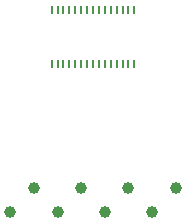
<source format=gbr>
G04 EAGLE Gerber RS-274X export*
G75*
%MOMM*%
%FSLAX34Y34*%
%LPD*%
%INSolderpaste Top*%
%IPPOS*%
%AMOC8*
5,1,8,0,0,1.08239X$1,22.5*%
G01*
G04 Define Apertures*
%ADD10R,0.250000X0.800000*%
%ADD11C,1.000000*%
D10*
X50000Y195840D03*
X55000Y195840D03*
X60000Y195840D03*
X65000Y195840D03*
X70000Y195840D03*
X75000Y195840D03*
X80000Y195840D03*
X85000Y195840D03*
X90000Y195840D03*
X95000Y195840D03*
X100000Y195840D03*
X105000Y195840D03*
X110000Y195840D03*
X115000Y195840D03*
X120000Y195840D03*
X120000Y150340D03*
X115000Y150340D03*
X110000Y150340D03*
X105000Y150340D03*
X100000Y150340D03*
X95000Y150340D03*
X90000Y150340D03*
X85000Y150340D03*
X80000Y150340D03*
X75000Y150340D03*
X70000Y150340D03*
X65000Y150340D03*
X60000Y150340D03*
X55000Y150340D03*
X50000Y150340D03*
D11*
X15000Y25160D03*
X35000Y45160D03*
X55000Y25160D03*
X75000Y45160D03*
X95000Y25160D03*
X115000Y45160D03*
X135000Y25160D03*
X155000Y45160D03*
M02*

</source>
